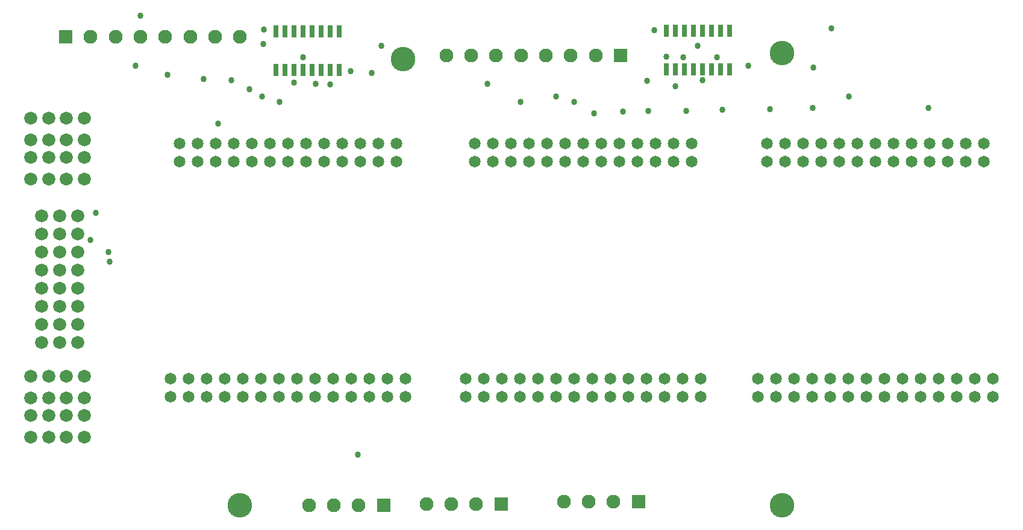
<source format=gbr>
G04 EAGLE Gerber X2 export*
%TF.Part,Single*%
%TF.FileFunction,Soldermask,Top,1*%
%TF.FilePolarity,Negative*%
%TF.GenerationSoftware,Autodesk,EAGLE,9.1.3*%
%TF.CreationDate,2020-03-19T15:16:52Z*%
G75*
%MOMM*%
%FSLAX34Y34*%
%LPD*%
%AMOC8*
5,1,8,0,0,1.08239X$1,22.5*%
G01*
%ADD10C,1.828800*%
%ADD11C,1.652400*%
%ADD12C,3.454400*%
%ADD13R,0.752400X1.702400*%
%ADD14R,1.952400X1.952400*%
%ADD15C,1.952400*%
%ADD16C,0.858000*%


D10*
X90000Y469900D03*
X90000Y444500D03*
X90000Y419100D03*
X90000Y393700D03*
X90000Y368300D03*
X90000Y342900D03*
X90000Y317500D03*
X90000Y292100D03*
X64600Y469900D03*
X64600Y444500D03*
X64600Y419100D03*
X64600Y393700D03*
X64600Y368300D03*
X64600Y342900D03*
X64600Y317500D03*
X64600Y292100D03*
X39200Y469900D03*
X39200Y444500D03*
X39200Y419100D03*
X39200Y393700D03*
X39200Y368300D03*
X39200Y342900D03*
X39200Y317500D03*
X39200Y292100D03*
X99100Y606600D03*
X74100Y606600D03*
X49100Y606600D03*
X24100Y606600D03*
X99100Y576600D03*
X74100Y576600D03*
X49100Y576600D03*
X24100Y576600D03*
X99100Y551600D03*
X74100Y551600D03*
X49100Y551600D03*
X24100Y551600D03*
X99100Y521600D03*
X74100Y521600D03*
X49100Y521600D03*
X24100Y521600D03*
X99100Y244000D03*
X74100Y244000D03*
X49100Y244000D03*
X24100Y244000D03*
X99100Y214000D03*
X74100Y214000D03*
X49100Y214000D03*
X24100Y214000D03*
X99100Y189000D03*
X74100Y189000D03*
X49100Y189000D03*
X24100Y189000D03*
X99100Y159000D03*
X74100Y159000D03*
X49100Y159000D03*
X24100Y159000D03*
D11*
X271244Y215900D03*
X296644Y215900D03*
X322044Y215900D03*
X347444Y215900D03*
X372844Y215900D03*
X398244Y215900D03*
X423644Y215900D03*
X449044Y215900D03*
X474444Y215900D03*
X499844Y215900D03*
X271244Y241300D03*
X296644Y241300D03*
X322044Y241300D03*
X347444Y241300D03*
X372844Y241300D03*
X398244Y241300D03*
X423644Y241300D03*
X449044Y241300D03*
X474444Y241300D03*
X499844Y241300D03*
X220444Y215900D03*
X245844Y215900D03*
X220444Y241300D03*
X245844Y241300D03*
X525244Y215900D03*
X550644Y215900D03*
X525244Y241300D03*
X550644Y241300D03*
X283944Y546100D03*
X309344Y546100D03*
X334744Y546100D03*
X360144Y546100D03*
X385544Y546100D03*
X410944Y546100D03*
X436344Y546100D03*
X461744Y546100D03*
X487144Y546100D03*
X512544Y546100D03*
X283944Y571500D03*
X309344Y571500D03*
X334744Y571500D03*
X360144Y571500D03*
X385544Y571500D03*
X410944Y571500D03*
X436344Y571500D03*
X461744Y571500D03*
X487144Y571500D03*
X512544Y571500D03*
X537944Y546100D03*
X537944Y571500D03*
X258544Y546100D03*
X258544Y571500D03*
X233144Y546100D03*
X233144Y571500D03*
X685800Y215900D03*
X711200Y215900D03*
X736600Y215900D03*
X762000Y215900D03*
X787400Y215900D03*
X812800Y215900D03*
X838200Y215900D03*
X863600Y215900D03*
X889000Y215900D03*
X914400Y215900D03*
X685800Y241300D03*
X711200Y241300D03*
X736600Y241300D03*
X762000Y241300D03*
X787400Y241300D03*
X812800Y241300D03*
X838200Y241300D03*
X863600Y241300D03*
X889000Y241300D03*
X914400Y241300D03*
X635000Y215900D03*
X660400Y215900D03*
X635000Y241300D03*
X660400Y241300D03*
X939800Y215900D03*
X965200Y215900D03*
X939800Y241300D03*
X965200Y241300D03*
X698500Y546100D03*
X723900Y546100D03*
X749300Y546100D03*
X774700Y546100D03*
X800100Y546100D03*
X825500Y546100D03*
X850900Y546100D03*
X876300Y546100D03*
X901700Y546100D03*
X927100Y546100D03*
X698500Y571500D03*
X723900Y571500D03*
X749300Y571500D03*
X774700Y571500D03*
X800100Y571500D03*
X825500Y571500D03*
X850900Y571500D03*
X876300Y571500D03*
X901700Y571500D03*
X927100Y571500D03*
X952500Y546100D03*
X952500Y571500D03*
X673100Y546100D03*
X673100Y571500D03*
X647700Y546100D03*
X647700Y571500D03*
X1096800Y215900D03*
X1122200Y215900D03*
X1147600Y215900D03*
X1173000Y215900D03*
X1198400Y215900D03*
X1223800Y215900D03*
X1249200Y215900D03*
X1274600Y215900D03*
X1300000Y215900D03*
X1325400Y215900D03*
X1096800Y241300D03*
X1122200Y241300D03*
X1147600Y241300D03*
X1173000Y241300D03*
X1198400Y241300D03*
X1223800Y241300D03*
X1249200Y241300D03*
X1274600Y241300D03*
X1300000Y241300D03*
X1325400Y241300D03*
X1046000Y215900D03*
X1071400Y215900D03*
X1046000Y241300D03*
X1071400Y241300D03*
X1350800Y215900D03*
X1376200Y215900D03*
X1350800Y241300D03*
X1376200Y241300D03*
X1109500Y546100D03*
X1134900Y546100D03*
X1160300Y546100D03*
X1185700Y546100D03*
X1211100Y546100D03*
X1236500Y546100D03*
X1261900Y546100D03*
X1287300Y546100D03*
X1312700Y546100D03*
X1338100Y546100D03*
X1109500Y571500D03*
X1134900Y571500D03*
X1160300Y571500D03*
X1185700Y571500D03*
X1211100Y571500D03*
X1236500Y571500D03*
X1261900Y571500D03*
X1287300Y571500D03*
X1312700Y571500D03*
X1338100Y571500D03*
X1363500Y546100D03*
X1363500Y571500D03*
X1084100Y546100D03*
X1084100Y571500D03*
X1058700Y546100D03*
X1058700Y571500D03*
D12*
X317500Y63500D03*
X1079500Y63500D03*
X547370Y689610D03*
X1079500Y698500D03*
D13*
X368300Y674370D03*
X381000Y674370D03*
X393700Y674370D03*
X406400Y674370D03*
X419100Y674370D03*
X431800Y674370D03*
X444500Y674370D03*
X457200Y674370D03*
X457200Y728370D03*
X444500Y728370D03*
X431800Y728370D03*
X419100Y728370D03*
X406400Y728370D03*
X393700Y728370D03*
X381000Y728370D03*
X368300Y728370D03*
X916940Y675640D03*
X929640Y675640D03*
X942340Y675640D03*
X955040Y675640D03*
X967740Y675640D03*
X980440Y675640D03*
X993140Y675640D03*
X1005840Y675640D03*
X1005840Y729640D03*
X993140Y729640D03*
X980440Y729640D03*
X967740Y729640D03*
X955040Y729640D03*
X942340Y729640D03*
X929640Y729640D03*
X916940Y729640D03*
D14*
X519860Y63500D03*
D15*
X484860Y63500D03*
X449860Y63500D03*
X414860Y63500D03*
D14*
X684960Y64770D03*
D15*
X649960Y64770D03*
X614960Y64770D03*
X579960Y64770D03*
D14*
X73080Y721360D03*
D15*
X108080Y721360D03*
X143080Y721360D03*
X178080Y721360D03*
X213080Y721360D03*
X248080Y721360D03*
X283080Y721360D03*
X318080Y721360D03*
D14*
X852750Y694690D03*
D15*
X817750Y694690D03*
X782750Y694690D03*
X747750Y694690D03*
X712750Y694690D03*
X677750Y694690D03*
X642750Y694690D03*
X607750Y694690D03*
D14*
X878000Y68580D03*
D15*
X843000Y68580D03*
X808000Y68580D03*
X773000Y68580D03*
D16*
X350520Y711200D03*
X473710Y673100D03*
X1032510Y680720D03*
X961390Y708660D03*
X516890Y708660D03*
X890270Y659130D03*
X995680Y618490D03*
X1122680Y621030D03*
X1062990Y619760D03*
X944880Y617220D03*
X891540Y617220D03*
X306070Y660400D03*
X266700Y661670D03*
X215900Y668020D03*
X171450Y680720D03*
X1123950Y678180D03*
X1149350Y732790D03*
X1285240Y621030D03*
X115570Y473710D03*
X351790Y731510D03*
X900430Y730250D03*
X107950Y435610D03*
X348671Y637540D03*
X1173480Y637540D03*
X762000Y637540D03*
X133350Y419100D03*
X483870Y134620D03*
X134875Y404875D03*
X373499Y630000D03*
X787538Y630000D03*
X712470Y630000D03*
X855980Y615950D03*
X815340Y613410D03*
X331470Y647700D03*
X665480Y655320D03*
X502920Y670560D03*
X916940Y693420D03*
X177800Y750570D03*
X406400Y692150D03*
X444500Y654050D03*
X287020Y598960D03*
X393700Y656590D03*
X424180Y655320D03*
X941070Y692150D03*
X988060Y692150D03*
X967740Y660400D03*
X929640Y651510D03*
M02*

</source>
